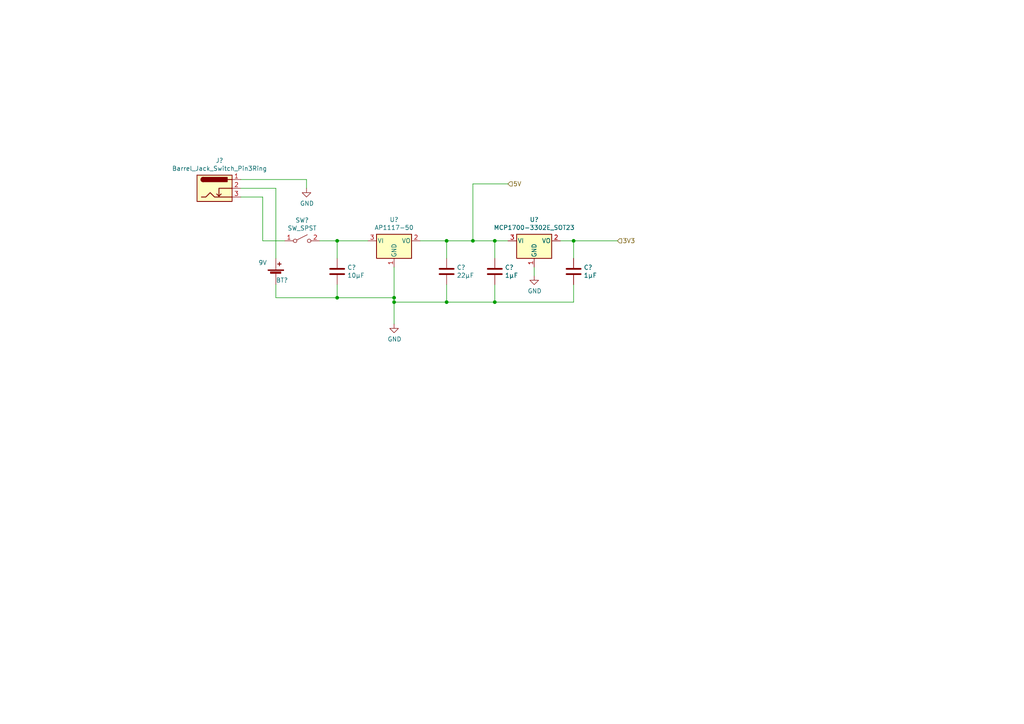
<source format=kicad_sch>
(kicad_sch (version 20211123) (generator eeschema)
  (paper "A4")
  (lib_symbols
    (symbol "Connector:Barrel_Jack_Switch_Pin3Ring" (pin_names hide)
      (property "Reference" "J" (at 0 5.334 0))
      (property "Value" "Barrel_Jack_Switch_Pin3Ring" (at 0 -5.08 0))
      (symbol "Barrel_Jack_Switch_Pin3Ring_0_1"
        (rectangle (start -5.08 3.81) (end 5.08 -3.81) (stroke (width 0.254)) (fill (type background)))
        (arc (start -3.302 3.175) (mid -3.937 2.54) (end -3.302 1.905) (stroke (width 0.254)))
        (arc (start -3.302 3.175) (mid -3.937 2.54) (end -3.302 1.905) (stroke (width 0.254)) (fill (type outline)))
        (polyline (pts (xy 1.27 -2.286) (xy 1.905 -1.651)) (stroke (width 0.254)))
        (polyline (pts (xy 5.08 2.54) (xy 3.81 2.54)) (stroke (width 0.254)))
        (polyline (pts (xy 5.08 0) (xy 1.27 0) (xy 1.27 -2.286) (xy 0.635 -1.651)) (stroke (width 0.254)))
        (polyline (pts (xy -3.81 -2.54) (xy -2.54 -2.54) (xy -1.27 -1.27) (xy 0 -2.54) (xy 2.54 -2.54) (xy 5.08 -2.54)) (stroke (width 0.254)))
        (rectangle (start 3.683 3.175) (end -3.302 1.905) (stroke (width 0.254)) (fill (type outline)))
      )
      (symbol "Barrel_Jack_Switch_Pin3Ring_1_1"
        (pin passive line (at 7.62 2.54 180) (length 2.54) (name "~") (number "1"))
        (pin passive line (at 7.62 0 180) (length 2.54) (name "~") (number "2"))
        (pin passive line (at 7.62 -2.54 180) (length 2.54) (name "~") (number "3"))
      )
    )
    (symbol "Device:Battery_Cell" (pin_numbers hide) (pin_names (offset 0) hide)
      (property "Reference" "BT" (at 2.54 2.54 0))
      (property "Value" "Battery_Cell" (at 2.54 0 0))
      (symbol "Battery_Cell_0_1"
        (rectangle (start -2.286 1.778) (end 2.286 1.524) (fill (type outline)))
        (rectangle (start -1.5748 1.1938) (end 1.4732 0.6858) (fill (type outline)))
        (polyline (pts (xy 0 0.762) (xy 0 0)))
        (polyline (pts (xy 0 1.778) (xy 0 2.54)))
        (polyline (pts (xy 0.508 3.429) (xy 1.524 3.429)) (stroke (width 0.254)))
        (polyline (pts (xy 1.016 3.937) (xy 1.016 2.921)) (stroke (width 0.254)))
      )
      (symbol "Battery_Cell_1_1"
        (pin passive line (at 0 5.08 270) (length 2.54) (name "+") (number "1"))
        (pin passive line (at 0 -2.54 90) (length 2.54) (name "-") (number "2"))
      )
    )
    (symbol "Device:C" (pin_numbers hide) (pin_names (offset 0.254))
      (property "Reference" "C" (at 0.635 2.54 0))
      (property "Value" "C" (at 0.635 -2.54 0))
      (symbol "C_0_1"
        (polyline (pts (xy -2.032 -0.762) (xy 2.032 -0.762)) (stroke (width 0.508)))
        (polyline (pts (xy -2.032 0.762) (xy 2.032 0.762)) (stroke (width 0.508)))
      )
      (symbol "C_1_1"
        (pin passive line (at 0 3.81 270) (length 2.794) (name "~") (number "1"))
        (pin passive line (at 0 -3.81 90) (length 2.794) (name "~") (number "2"))
      )
    )
    (symbol "Regulator_Linear:AP1117-50" (pin_names (offset 0.254))
      (property "Reference" "U" (at -3.81 3.175 0))
      (property "Value" "AP1117-50" (at 0 3.175 0))
      (symbol "AP1117-50_0_1"
        (rectangle (start -5.08 -5.08) (end 5.08 1.905) (stroke (width 0.254)) (fill (type background)))
      )
      (symbol "AP1117-50_1_1"
        (pin power_in line (at 0 -7.62 90) (length 2.54) (name "GND") (number "1"))
        (pin power_out line (at 7.62 0 180) (length 2.54) (name "VO") (number "2"))
        (pin power_in line (at -7.62 0 0) (length 2.54) (name "VI") (number "3"))
      )
    )
    (symbol "Regulator_Linear:MCP1700-3302E_SOT23" (pin_names (offset 0.254))
      (property "Reference" "U" (at -3.81 3.175 0))
      (property "Value" "MCP1700-3302E_SOT23" (at 0 3.175 0))
      (symbol "MCP1700-3302E_SOT23_0_1"
        (rectangle (start -5.08 1.905) (end 5.08 -5.08) (stroke (width 0.254)) (fill (type background)))
      )
      (symbol "MCP1700-3302E_SOT23_1_1"
        (pin power_in line (at 0 -7.62 90) (length 2.54) (name "GND") (number "1"))
        (pin power_out line (at 7.62 0 180) (length 2.54) (name "VO") (number "2"))
        (pin power_in line (at -7.62 0 0) (length 2.54) (name "VI") (number "3"))
      )
    )
    (symbol "Switch:SW_SPST" (pin_names (offset 0) hide)
      (property "Reference" "SW" (at 0 3.175 0))
      (property "Value" "SW_SPST" (at 0 -2.54 0))
      (symbol "SW_SPST_0_0"
        (circle (center -2.032 0) (radius 0.508))
        (polyline (pts (xy -1.524 0.254) (xy 1.524 1.778)))
        (circle (center 2.032 0) (radius 0.508))
      )
      (symbol "SW_SPST_1_1"
        (pin passive line (at -5.08 0 0) (length 2.54) (name "A") (number "1"))
        (pin passive line (at 5.08 0 180) (length 2.54) (name "B") (number "2"))
      )
    )
    (symbol "power:GND" (power) (pin_names (offset 0))
      (property "Value" "GND" (at 0 -3.81 0))
      (symbol "GND_0_1"
        (polyline (pts (xy 0 0) (xy 0 -1.27) (xy 1.27 -1.27) (xy 0 -2.54) (xy -1.27 -1.27) (xy 0 -1.27)))
      )
      (symbol "GND_1_1"
        (pin power_in line (at 0 0 270) (length 0) hide (name "GND") (number "1"))
      )
    )
  )
  (junction (at 143.51 87.63))
  (junction (at 129.54 69.85))
  (junction (at 114.3 86.36))
  (junction (at 114.3 87.63))
  (junction (at 97.79 69.85))
  (junction (at 97.79 86.36))
  (junction (at 166.37 69.85))
  (junction (at 137.16 69.85))
  (junction (at 129.54 87.63))
  (junction (at 143.51 69.85))
  (wire (pts (xy 129.54 69.85) (xy 121.92 69.85)))
  (wire (pts (xy 80.01 54.61) (xy 69.85 54.61)))
  (wire (pts (xy 143.51 69.85) (xy 147.32 69.85)))
  (wire (pts (xy 166.37 69.85) (xy 179.07 69.85)))
  (wire (pts (xy 80.01 86.36) (xy 80.01 82.55)))
  (wire (pts (xy 129.54 87.63) (xy 143.51 87.63)))
  (wire (pts (xy 97.79 86.36) (xy 114.3 86.36)))
  (wire (pts (xy 88.9 52.07) (xy 88.9 54.61)))
  (wire (pts (xy 143.51 69.85) (xy 143.51 74.93)))
  (wire (pts (xy 166.37 69.85) (xy 162.56 69.85)))
  (wire (pts (xy 114.3 87.63) (xy 114.3 93.98)))
  (wire (pts (xy 97.79 82.55) (xy 97.79 86.36)))
  (wire (pts (xy 97.79 74.93) (xy 97.79 69.85)))
  (wire (pts (xy 154.94 77.47) (xy 154.94 80.01)))
  (wire (pts (xy 76.2 69.85) (xy 76.2 57.15)))
  (wire (pts (xy 166.37 74.93) (xy 166.37 69.85)))
  (wire (pts (xy 80.01 86.36) (xy 97.79 86.36)))
  (wire (pts (xy 69.85 52.07) (xy 88.9 52.07)))
  (wire (pts (xy 137.16 53.34) (xy 147.32 53.34)))
  (wire (pts (xy 82.55 69.85) (xy 76.2 69.85)))
  (wire (pts (xy 76.2 57.15) (xy 69.85 57.15)))
  (wire (pts (xy 129.54 82.55) (xy 129.54 87.63)))
  (wire (pts (xy 129.54 74.93) (xy 129.54 69.85)))
  (wire (pts (xy 97.79 69.85) (xy 106.68 69.85)))
  (wire (pts (xy 166.37 87.63) (xy 166.37 82.55)))
  (wire (pts (xy 97.79 69.85) (xy 92.71 69.85)))
  (wire (pts (xy 143.51 82.55) (xy 143.51 87.63)))
  (wire (pts (xy 129.54 87.63) (xy 114.3 87.63)))
  (wire (pts (xy 137.16 69.85) (xy 143.51 69.85)))
  (wire (pts (xy 114.3 86.36) (xy 114.3 87.63)))
  (wire (pts (xy 80.01 74.93) (xy 80.01 54.61)))
  (wire (pts (xy 143.51 87.63) (xy 166.37 87.63)))
  (wire (pts (xy 137.16 69.85) (xy 137.16 53.34)))
  (wire (pts (xy 129.54 69.85) (xy 137.16 69.85)))
  (wire (pts (xy 114.3 77.47) (xy 114.3 86.36)))
  (hierarchical_label "5V" (shape input) (at 147.32 53.34 0))
  (hierarchical_label "3V3" (shape input) (at 179.07 69.85 0))
  (symbol (lib_id "Regulator_Linear:MCP1700-3302E_SOT23") (at 154.94 69.85 0) (unit 1)
    (property "Reference" "U?" (at 154.94 63.7032 0))
    (property "Value" "MCP1700-3302E_SOT23" (at 154.94 66.0146 0))
    (property "Footprint" "Package_TO_SOT_SMD:SOT-23" (effects hide))
    (property "Datasheet" "http://ww1.microchip.com/downloads/en/DeviceDoc/20001826D.pdf" (effects hide))
  )
  (symbol (lib_id "Regulator_Linear:AP1117-50") (at 114.3 69.85 0) (unit 1)
    (property "Reference" "U?" (at 114.3 63.7032 0))
    (property "Value" "AP1117-50" (at 114.3 66.0146 0))
    (property "Footprint" "Package_TO_SOT_SMD:SOT-223-3_TabPin2" (effects hide))
    (property "Datasheet" "http://www.diodes.com/datasheets/AP1117.pdf" (effects hide))
  )
  (symbol (lib_id "Device:Battery_Cell") (at 80.01 80.01 0) (unit 1)
    (property "Reference" "BT?" (at 80.01 81.28 0) (effects (justify left)))
    (property "Value" "9V" (at 74.93 76.2 0) (effects (justify left)))
    (property "Footprint" "CoaxTester:BATT_CONN" (effects hide))
  )
  (symbol (lib_id "Device:C") (at 97.79 78.74 0) (unit 1)
    (property "Reference" "C?" (at 100.711 77.5716 0) (effects (justify left)))
    (property "Value" "10μF" (at 100.711 79.883 0) (effects (justify left)))
    (property "Footprint" "Capacitor_SMD:C_0805_2012Metric" (effects hide))
  )
  (symbol (lib_id "Device:C") (at 129.54 78.74 0) (unit 1)
    (property "Reference" "C?" (at 132.461 77.5716 0) (effects (justify left)))
    (property "Value" "22μF" (at 132.461 79.883 0) (effects (justify left)))
    (property "Footprint" "Capacitor_SMD:C_0805_2012Metric" (effects hide))
  )
  (symbol (lib_id "power:GND") (at 114.3 93.98 0) (unit 1)
    (property "Reference" "#PWR?" (effects hide))
    (property "Value" "GND" (at 114.427 98.3742 0))
  )
  (symbol (lib_id "Device:C") (at 143.51 78.74 0) (unit 1)
    (property "Reference" "C?" (at 146.431 77.5716 0) (effects (justify left)))
    (property "Value" "1μF" (at 146.431 79.883 0) (effects (justify left)))
    (property "Footprint" "Capacitor_SMD:C_0805_2012Metric" (effects hide))
  )
  (symbol (lib_id "Device:C") (at 166.37 78.74 0) (unit 1)
    (property "Reference" "C?" (at 169.291 77.5716 0) (effects (justify left)))
    (property "Value" "1μF" (at 169.291 79.883 0) (effects (justify left)))
    (property "Footprint" "Capacitor_SMD:C_0805_2012Metric" (effects hide))
  )
  (symbol (lib_id "Connector:Barrel_Jack_Switch_Pin3Ring") (at 62.23 54.61 0) (unit 1)
    (property "Reference" "J?" (at 63.6778 46.5582 0))
    (property "Value" "Barrel_Jack_Switch_Pin3Ring" (at 63.6778 48.8696 0))
    (property "Footprint" "Connector_PinHeader_2.54mm:PinHeader_1x02_P2.54mm_Vertical" (effects hide))
  )
  (symbol (lib_id "power:GND") (at 88.9 54.61 0) (unit 1)
    (property "Reference" "#PWR?" (effects hide))
    (property "Value" "GND" (at 89.027 59.0042 0))
  )
  (symbol (lib_id "Switch:SW_SPST") (at 87.63 69.85 0) (unit 1)
    (property "Reference" "SW?" (at 87.63 63.881 0))
    (property "Value" "SW_SPST" (at 87.63 66.1924 0))
    (property "Footprint" "Connector_PinHeader_2.54mm:PinHeader_1x02_P2.54mm_Vertical" (effects hide))
  )
  (symbol (lib_id "power:GND") (at 154.94 80.01 0) (unit 1)
    (property "Reference" "#PWR?" (effects hide))
    (property "Value" "GND" (at 155.067 84.4042 0))
  )
)
</source>
